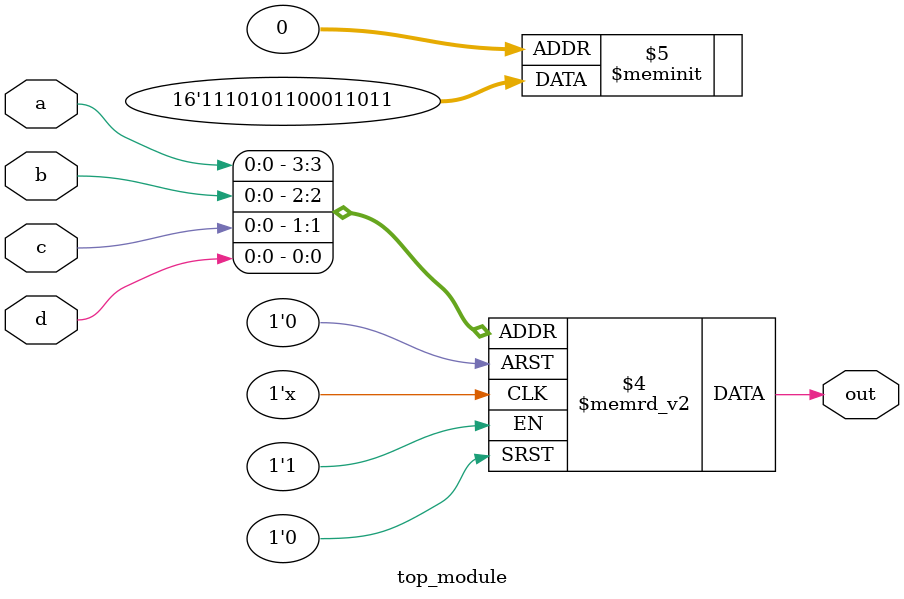
<source format=sv>
module top_module (
    input a, 
    input b,
    input c,
    input d,
    output out
);

    reg out;

    always @(*) begin
        case({a,b,c,d})
            4'b0000: out = 1;
            4'b0001: out = 1;
            4'b0010: out = 0;
            4'b0011: out = 1;
            4'b0100: out = 1;
            4'b0101: out = 0;
            4'b0110: out = 0;
            4'b0111: out = 0;
            4'b1000: out = 1;
            4'b1001: out = 1;
            4'b1010: out = 0;
            4'b1011: out = 1;
            4'b1100: out = 0;
            4'b1101: out = 1;
            4'b1110: out = 1;
            4'b1111: out = 1;
        endcase
    end

endmodule

</source>
